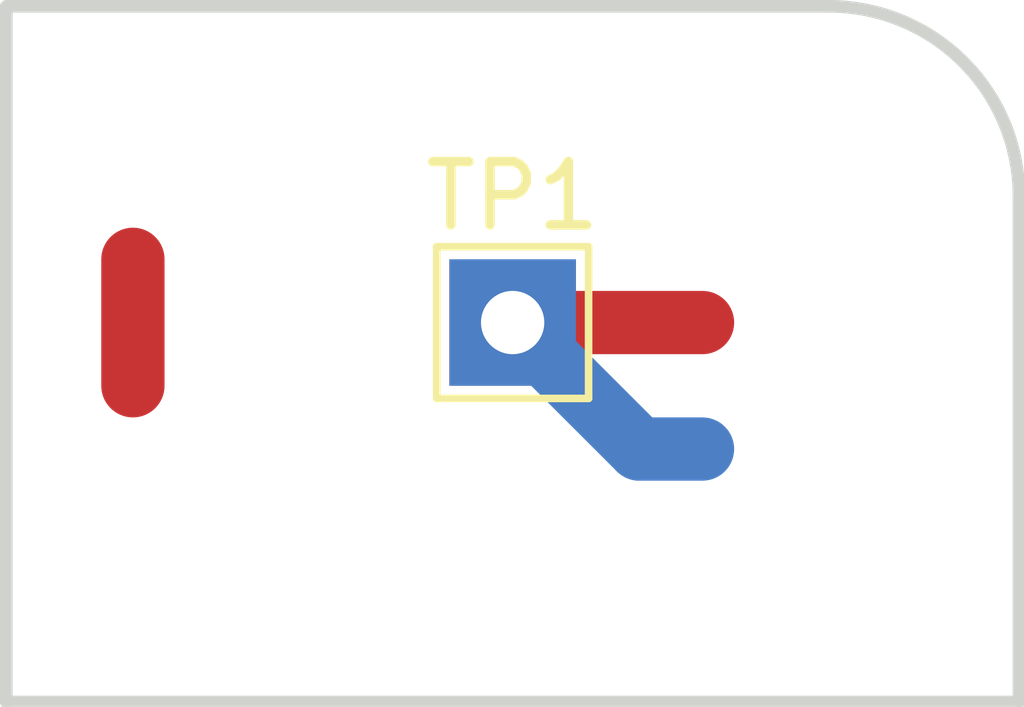
<source format=kicad_pcb>
(kicad_pcb (version 20171130) (host pcbnew "(5.0.0-rc2-76-gb5f63567d)")

  (general
    (thickness 1.6)
    (drawings 5)
    (tracks 4)
    (zones 0)
    (modules 1)
    (nets 1)
  )

  (page A4)
  (title_block
    (title "Simple Plotting Test")
    (date 2018-06-04)
    (rev A)
    (company "KiPlot - KiCad Plotting Driver")
  )

  (layers
    (0 F.Cu signal)
    (31 B.Cu signal)
    (32 B.Adhes user)
    (33 F.Adhes user)
    (34 B.Paste user)
    (35 F.Paste user)
    (36 B.SilkS user)
    (37 F.SilkS user)
    (38 B.Mask user)
    (39 F.Mask user)
    (40 Dwgs.User user)
    (41 Cmts.User user)
    (42 Eco1.User user)
    (43 Eco2.User user)
    (44 Edge.Cuts user)
    (45 Margin user)
    (46 B.CrtYd user)
    (47 F.CrtYd user)
    (48 B.Fab user)
    (49 F.Fab user)
  )

  (setup
    (last_trace_width 0.25)
    (trace_clearance 0.2)
    (zone_clearance 0.508)
    (zone_45_only no)
    (trace_min 0.2)
    (segment_width 0.2)
    (edge_width 0.15)
    (via_size 0.8)
    (via_drill 0.4)
    (via_min_size 0.4)
    (via_min_drill 0.3)
    (uvia_size 0.3)
    (uvia_drill 0.1)
    (uvias_allowed no)
    (uvia_min_size 0.2)
    (uvia_min_drill 0.1)
    (pcb_text_width 0.3)
    (pcb_text_size 1.5 1.5)
    (mod_edge_width 0.15)
    (mod_text_size 1 1)
    (mod_text_width 0.15)
    (pad_size 1.524 1.524)
    (pad_drill 0.762)
    (pad_to_mask_clearance 0.2)
    (aux_axis_origin 0 0)
    (visible_elements FFFFFF7F)
    (pcbplotparams
      (layerselection 0x010fc_ffffffff)
      (usegerberextensions false)
      (usegerberattributes false)
      (usegerberadvancedattributes false)
      (creategerberjobfile false)
      (excludeedgelayer true)
      (linewidth 0.150000)
      (plotframeref false)
      (viasonmask false)
      (mode 1)
      (useauxorigin false)
      (hpglpennumber 1)
      (hpglpenspeed 20)
      (hpglpendiameter 15.000000)
      (psnegative false)
      (psa4output false)
      (plotreference true)
      (plotvalue true)
      (plotinvisibletext false)
      (padsonsilk false)
      (subtractmaskfromsilk false)
      (outputformat 1)
      (mirror false)
      (drillshape 1)
      (scaleselection 1)
      (outputdirectory ""))
  )

  (net 0 "")

  (net_class Default "This is the default net class."
    (clearance 0.2)
    (trace_width 0.25)
    (via_dia 0.8)
    (via_drill 0.4)
    (uvia_dia 0.3)
    (uvia_drill 0.1)
  )

  (module TestPoint:TestPoint_THTPad_2.0x2.0mm_Drill1.0mm (layer F.Cu) (tedit 5B1533F4) (tstamp 5B15541F)
    (at 140 100)
    (descr "THT rectangular pad as test Point, square 2.0mm_Drill1.0mm  side length, hole diameter 1.0mm")
    (tags "test point THT pad rectangle square")
    (attr virtual)
    (fp_text reference TP1 (at 0 -2) (layer F.SilkS)
      (effects (font (size 1 1) (thickness 0.15)))
    )
    (fp_text value TestPoint2mm (at 0 2.05) (layer F.Fab)
      (effects (font (size 1 1) (thickness 0.15)))
    )
    (fp_line (start 1.5 1.5) (end -1.5 1.5) (layer F.CrtYd) (width 0.05))
    (fp_line (start 1.5 1.5) (end 1.5 -1.5) (layer F.CrtYd) (width 0.05))
    (fp_line (start -1.5 -1.5) (end -1.5 1.5) (layer F.CrtYd) (width 0.05))
    (fp_line (start -1.5 -1.5) (end 1.5 -1.5) (layer F.CrtYd) (width 0.05))
    (fp_line (start -1.2 1.2) (end -1.2 -1.2) (layer F.SilkS) (width 0.12))
    (fp_line (start 1.2 1.2) (end -1.2 1.2) (layer F.SilkS) (width 0.12))
    (fp_line (start 1.2 -1.2) (end 1.2 1.2) (layer F.SilkS) (width 0.12))
    (fp_line (start -1.2 -1.2) (end 1.2 -1.2) (layer F.SilkS) (width 0.12))
    (fp_text user %R (at 0 -2) (layer F.Fab)
      (effects (font (size 1 1) (thickness 0.15)))
    )
    (pad 1 thru_hole rect (at 0 0) (size 2 2) (drill 1) (layers *.Cu *.Mask))
  )

  (gr_arc (start 145 98) (end 148 98) (angle -90) (layer Edge.Cuts) (width 0.2))
  (gr_line (start 145 95) (end 132 95) (layer Edge.Cuts) (width 0.2))
  (gr_line (start 148 106) (end 148 98) (layer Edge.Cuts) (width 0.2))
  (gr_line (start 132 106) (end 148 106) (layer Edge.Cuts) (width 0.2))
  (gr_line (start 132 95) (end 132 106) (layer Edge.Cuts) (width 0.2))

  (segment (start 140 100) (end 143 100) (width 1) (layer F.Cu) (net 0))
  (segment (start 140 100) (end 142 102) (width 1) (layer B.Cu) (net 0))
  (segment (start 142 102) (end 143 102) (width 1) (layer B.Cu) (net 0))
  (segment (start 134 99) (end 134 101) (width 1) (layer F.Cu) (net 0))

)

</source>
